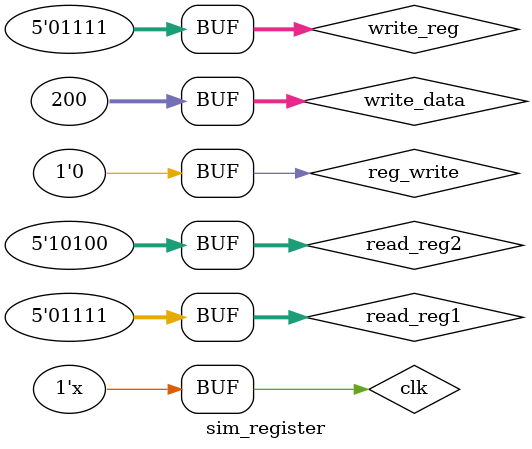
<source format=v>
`timescale 1ns / 1ps


module sim_register();
reg clk, reg_write;
reg[4:0] read_reg1, read_reg2, write_reg;
reg[31:0] write_data;
wire [31:0] read_data1, read_data2;

registers reg_instance(clk, reg_write, read_reg1, read_reg2, write_reg, write_data, read_data1, read_data2);

initial begin
    clk = 1;
    reg_write = 1;
    read_reg1 = 10;  read_reg2 = 15;//registrii din care se citeste
    write_reg = 1;//registru in care se scrie
    write_data = 50;
    #100 read_reg1 = 1;
    write_reg = 20;
    write_data = 100;
    #100
       read_reg2 = 20;
       reg_write = 0;//dezactivare scriere
    #100
        write_reg = 15;
        write_data = 200;
    #100
        read_reg1 = 15;
    end
       
    always #50 clk = ~clk;
 

endmodule

</source>
